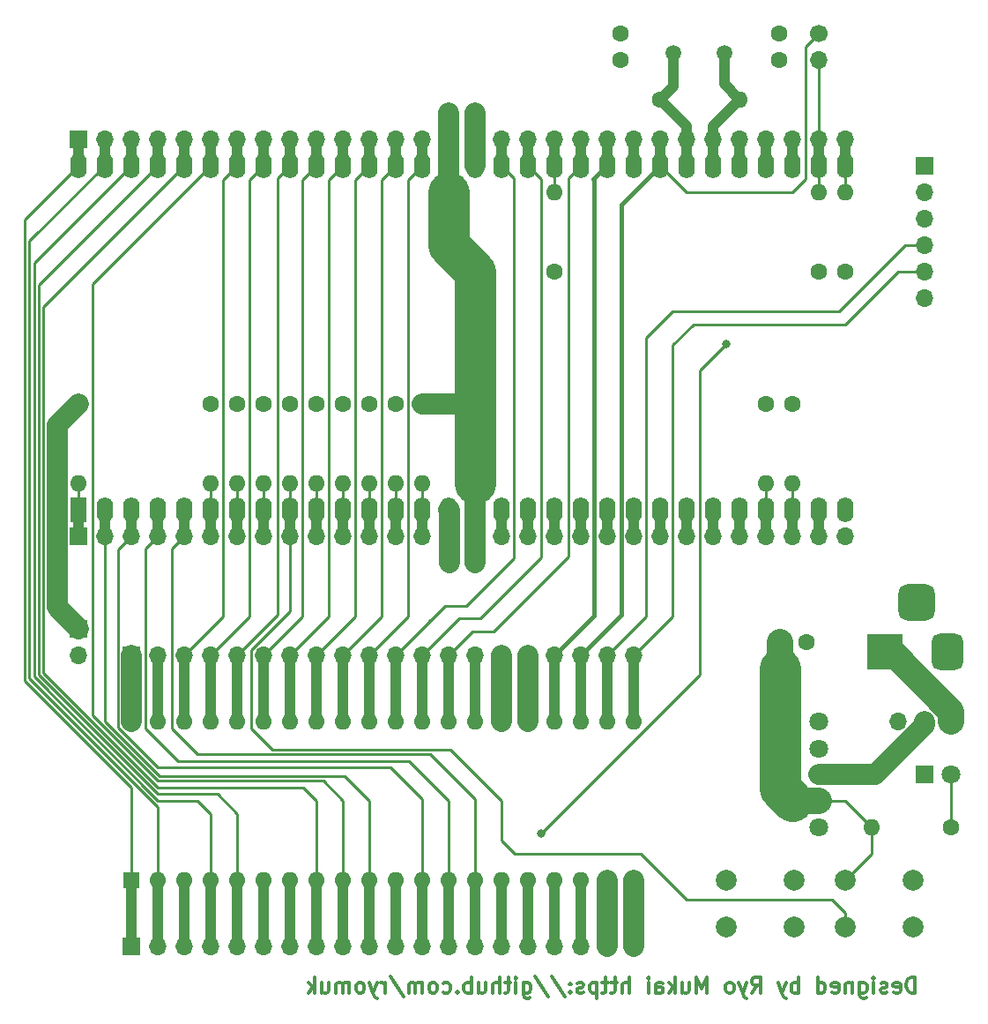
<source format=gbr>
%TF.GenerationSoftware,KiCad,Pcbnew,8.0.1*%
%TF.CreationDate,2024-04-25T09:35:45+09:00*%
%TF.ProjectId,TangNanoDCJ11MEM,54616e67-4e61-46e6-9f44-434a31314d45,rev?*%
%TF.SameCoordinates,Original*%
%TF.FileFunction,Copper,L2,Bot*%
%TF.FilePolarity,Positive*%
%FSLAX46Y46*%
G04 Gerber Fmt 4.6, Leading zero omitted, Abs format (unit mm)*
G04 Created by KiCad (PCBNEW 8.0.1) date 2024-04-25 09:35:45*
%MOMM*%
%LPD*%
G01*
G04 APERTURE LIST*
G04 Aperture macros list*
%AMRoundRect*
0 Rectangle with rounded corners*
0 $1 Rounding radius*
0 $2 $3 $4 $5 $6 $7 $8 $9 X,Y pos of 4 corners*
0 Add a 4 corners polygon primitive as box body*
4,1,4,$2,$3,$4,$5,$6,$7,$8,$9,$2,$3,0*
0 Add four circle primitives for the rounded corners*
1,1,$1+$1,$2,$3*
1,1,$1+$1,$4,$5*
1,1,$1+$1,$6,$7*
1,1,$1+$1,$8,$9*
0 Add four rect primitives between the rounded corners*
20,1,$1+$1,$2,$3,$4,$5,0*
20,1,$1+$1,$4,$5,$6,$7,0*
20,1,$1+$1,$6,$7,$8,$9,0*
20,1,$1+$1,$8,$9,$2,$3,0*%
G04 Aperture macros list end*
%ADD10C,0.300000*%
%TA.AperFunction,NonConductor*%
%ADD11C,0.300000*%
%TD*%
%TA.AperFunction,ComponentPad*%
%ADD12C,1.600000*%
%TD*%
%TA.AperFunction,ComponentPad*%
%ADD13O,1.600000X1.600000*%
%TD*%
%TA.AperFunction,ComponentPad*%
%ADD14C,2.000000*%
%TD*%
%TA.AperFunction,ComponentPad*%
%ADD15R,1.700000X1.700000*%
%TD*%
%TA.AperFunction,ComponentPad*%
%ADD16O,1.700000X1.700000*%
%TD*%
%TA.AperFunction,ComponentPad*%
%ADD17C,1.500000*%
%TD*%
%TA.AperFunction,ComponentPad*%
%ADD18R,3.500000X3.500000*%
%TD*%
%TA.AperFunction,ComponentPad*%
%ADD19RoundRect,0.750000X0.750000X1.000000X-0.750000X1.000000X-0.750000X-1.000000X0.750000X-1.000000X0*%
%TD*%
%TA.AperFunction,ComponentPad*%
%ADD20RoundRect,0.875000X0.875000X0.875000X-0.875000X0.875000X-0.875000X-0.875000X0.875000X-0.875000X0*%
%TD*%
%TA.AperFunction,ComponentPad*%
%ADD21R,1.800000X1.800000*%
%TD*%
%TA.AperFunction,ComponentPad*%
%ADD22C,1.800000*%
%TD*%
%TA.AperFunction,ComponentPad*%
%ADD23C,1.700000*%
%TD*%
%TA.AperFunction,ComponentPad*%
%ADD24R,1.600000X2.400000*%
%TD*%
%TA.AperFunction,ComponentPad*%
%ADD25O,1.600000X2.400000*%
%TD*%
%TA.AperFunction,ComponentPad*%
%ADD26R,1.600000X1.600000*%
%TD*%
%TA.AperFunction,ViaPad*%
%ADD27C,0.800000*%
%TD*%
%TA.AperFunction,Conductor*%
%ADD28C,2.000000*%
%TD*%
%TA.AperFunction,Conductor*%
%ADD29C,1.000000*%
%TD*%
%TA.AperFunction,Conductor*%
%ADD30C,0.250000*%
%TD*%
%TA.AperFunction,Conductor*%
%ADD31C,4.000000*%
%TD*%
%TA.AperFunction,Conductor*%
%ADD32C,2.500000*%
%TD*%
%TA.AperFunction,Conductor*%
%ADD33C,0.400000*%
%TD*%
G04 APERTURE END LIST*
D10*
D11*
X87978801Y-97198328D02*
X87978801Y-95698328D01*
X87978801Y-95698328D02*
X87621658Y-95698328D01*
X87621658Y-95698328D02*
X87407372Y-95769757D01*
X87407372Y-95769757D02*
X87264515Y-95912614D01*
X87264515Y-95912614D02*
X87193086Y-96055471D01*
X87193086Y-96055471D02*
X87121658Y-96341185D01*
X87121658Y-96341185D02*
X87121658Y-96555471D01*
X87121658Y-96555471D02*
X87193086Y-96841185D01*
X87193086Y-96841185D02*
X87264515Y-96984042D01*
X87264515Y-96984042D02*
X87407372Y-97126900D01*
X87407372Y-97126900D02*
X87621658Y-97198328D01*
X87621658Y-97198328D02*
X87978801Y-97198328D01*
X85907372Y-97126900D02*
X86050229Y-97198328D01*
X86050229Y-97198328D02*
X86335944Y-97198328D01*
X86335944Y-97198328D02*
X86478801Y-97126900D01*
X86478801Y-97126900D02*
X86550229Y-96984042D01*
X86550229Y-96984042D02*
X86550229Y-96412614D01*
X86550229Y-96412614D02*
X86478801Y-96269757D01*
X86478801Y-96269757D02*
X86335944Y-96198328D01*
X86335944Y-96198328D02*
X86050229Y-96198328D01*
X86050229Y-96198328D02*
X85907372Y-96269757D01*
X85907372Y-96269757D02*
X85835944Y-96412614D01*
X85835944Y-96412614D02*
X85835944Y-96555471D01*
X85835944Y-96555471D02*
X86550229Y-96698328D01*
X85264515Y-97126900D02*
X85121658Y-97198328D01*
X85121658Y-97198328D02*
X84835944Y-97198328D01*
X84835944Y-97198328D02*
X84693087Y-97126900D01*
X84693087Y-97126900D02*
X84621658Y-96984042D01*
X84621658Y-96984042D02*
X84621658Y-96912614D01*
X84621658Y-96912614D02*
X84693087Y-96769757D01*
X84693087Y-96769757D02*
X84835944Y-96698328D01*
X84835944Y-96698328D02*
X85050230Y-96698328D01*
X85050230Y-96698328D02*
X85193087Y-96626900D01*
X85193087Y-96626900D02*
X85264515Y-96484042D01*
X85264515Y-96484042D02*
X85264515Y-96412614D01*
X85264515Y-96412614D02*
X85193087Y-96269757D01*
X85193087Y-96269757D02*
X85050230Y-96198328D01*
X85050230Y-96198328D02*
X84835944Y-96198328D01*
X84835944Y-96198328D02*
X84693087Y-96269757D01*
X83978801Y-97198328D02*
X83978801Y-96198328D01*
X83978801Y-95698328D02*
X84050229Y-95769757D01*
X84050229Y-95769757D02*
X83978801Y-95841185D01*
X83978801Y-95841185D02*
X83907372Y-95769757D01*
X83907372Y-95769757D02*
X83978801Y-95698328D01*
X83978801Y-95698328D02*
X83978801Y-95841185D01*
X82621658Y-96198328D02*
X82621658Y-97412614D01*
X82621658Y-97412614D02*
X82693086Y-97555471D01*
X82693086Y-97555471D02*
X82764515Y-97626900D01*
X82764515Y-97626900D02*
X82907372Y-97698328D01*
X82907372Y-97698328D02*
X83121658Y-97698328D01*
X83121658Y-97698328D02*
X83264515Y-97626900D01*
X82621658Y-97126900D02*
X82764515Y-97198328D01*
X82764515Y-97198328D02*
X83050229Y-97198328D01*
X83050229Y-97198328D02*
X83193086Y-97126900D01*
X83193086Y-97126900D02*
X83264515Y-97055471D01*
X83264515Y-97055471D02*
X83335943Y-96912614D01*
X83335943Y-96912614D02*
X83335943Y-96484042D01*
X83335943Y-96484042D02*
X83264515Y-96341185D01*
X83264515Y-96341185D02*
X83193086Y-96269757D01*
X83193086Y-96269757D02*
X83050229Y-96198328D01*
X83050229Y-96198328D02*
X82764515Y-96198328D01*
X82764515Y-96198328D02*
X82621658Y-96269757D01*
X81907372Y-96198328D02*
X81907372Y-97198328D01*
X81907372Y-96341185D02*
X81835943Y-96269757D01*
X81835943Y-96269757D02*
X81693086Y-96198328D01*
X81693086Y-96198328D02*
X81478800Y-96198328D01*
X81478800Y-96198328D02*
X81335943Y-96269757D01*
X81335943Y-96269757D02*
X81264515Y-96412614D01*
X81264515Y-96412614D02*
X81264515Y-97198328D01*
X79978800Y-97126900D02*
X80121657Y-97198328D01*
X80121657Y-97198328D02*
X80407372Y-97198328D01*
X80407372Y-97198328D02*
X80550229Y-97126900D01*
X80550229Y-97126900D02*
X80621657Y-96984042D01*
X80621657Y-96984042D02*
X80621657Y-96412614D01*
X80621657Y-96412614D02*
X80550229Y-96269757D01*
X80550229Y-96269757D02*
X80407372Y-96198328D01*
X80407372Y-96198328D02*
X80121657Y-96198328D01*
X80121657Y-96198328D02*
X79978800Y-96269757D01*
X79978800Y-96269757D02*
X79907372Y-96412614D01*
X79907372Y-96412614D02*
X79907372Y-96555471D01*
X79907372Y-96555471D02*
X80621657Y-96698328D01*
X78621658Y-97198328D02*
X78621658Y-95698328D01*
X78621658Y-97126900D02*
X78764515Y-97198328D01*
X78764515Y-97198328D02*
X79050229Y-97198328D01*
X79050229Y-97198328D02*
X79193086Y-97126900D01*
X79193086Y-97126900D02*
X79264515Y-97055471D01*
X79264515Y-97055471D02*
X79335943Y-96912614D01*
X79335943Y-96912614D02*
X79335943Y-96484042D01*
X79335943Y-96484042D02*
X79264515Y-96341185D01*
X79264515Y-96341185D02*
X79193086Y-96269757D01*
X79193086Y-96269757D02*
X79050229Y-96198328D01*
X79050229Y-96198328D02*
X78764515Y-96198328D01*
X78764515Y-96198328D02*
X78621658Y-96269757D01*
X76764515Y-97198328D02*
X76764515Y-95698328D01*
X76764515Y-96269757D02*
X76621658Y-96198328D01*
X76621658Y-96198328D02*
X76335943Y-96198328D01*
X76335943Y-96198328D02*
X76193086Y-96269757D01*
X76193086Y-96269757D02*
X76121658Y-96341185D01*
X76121658Y-96341185D02*
X76050229Y-96484042D01*
X76050229Y-96484042D02*
X76050229Y-96912614D01*
X76050229Y-96912614D02*
X76121658Y-97055471D01*
X76121658Y-97055471D02*
X76193086Y-97126900D01*
X76193086Y-97126900D02*
X76335943Y-97198328D01*
X76335943Y-97198328D02*
X76621658Y-97198328D01*
X76621658Y-97198328D02*
X76764515Y-97126900D01*
X75550229Y-96198328D02*
X75193086Y-97198328D01*
X74835943Y-96198328D02*
X75193086Y-97198328D01*
X75193086Y-97198328D02*
X75335943Y-97555471D01*
X75335943Y-97555471D02*
X75407372Y-97626900D01*
X75407372Y-97626900D02*
X75550229Y-97698328D01*
X72264515Y-97198328D02*
X72764515Y-96484042D01*
X73121658Y-97198328D02*
X73121658Y-95698328D01*
X73121658Y-95698328D02*
X72550229Y-95698328D01*
X72550229Y-95698328D02*
X72407372Y-95769757D01*
X72407372Y-95769757D02*
X72335943Y-95841185D01*
X72335943Y-95841185D02*
X72264515Y-95984042D01*
X72264515Y-95984042D02*
X72264515Y-96198328D01*
X72264515Y-96198328D02*
X72335943Y-96341185D01*
X72335943Y-96341185D02*
X72407372Y-96412614D01*
X72407372Y-96412614D02*
X72550229Y-96484042D01*
X72550229Y-96484042D02*
X73121658Y-96484042D01*
X71764515Y-96198328D02*
X71407372Y-97198328D01*
X71050229Y-96198328D02*
X71407372Y-97198328D01*
X71407372Y-97198328D02*
X71550229Y-97555471D01*
X71550229Y-97555471D02*
X71621658Y-97626900D01*
X71621658Y-97626900D02*
X71764515Y-97698328D01*
X70264515Y-97198328D02*
X70407372Y-97126900D01*
X70407372Y-97126900D02*
X70478801Y-97055471D01*
X70478801Y-97055471D02*
X70550229Y-96912614D01*
X70550229Y-96912614D02*
X70550229Y-96484042D01*
X70550229Y-96484042D02*
X70478801Y-96341185D01*
X70478801Y-96341185D02*
X70407372Y-96269757D01*
X70407372Y-96269757D02*
X70264515Y-96198328D01*
X70264515Y-96198328D02*
X70050229Y-96198328D01*
X70050229Y-96198328D02*
X69907372Y-96269757D01*
X69907372Y-96269757D02*
X69835944Y-96341185D01*
X69835944Y-96341185D02*
X69764515Y-96484042D01*
X69764515Y-96484042D02*
X69764515Y-96912614D01*
X69764515Y-96912614D02*
X69835944Y-97055471D01*
X69835944Y-97055471D02*
X69907372Y-97126900D01*
X69907372Y-97126900D02*
X70050229Y-97198328D01*
X70050229Y-97198328D02*
X70264515Y-97198328D01*
X67978801Y-97198328D02*
X67978801Y-95698328D01*
X67978801Y-95698328D02*
X67478801Y-96769757D01*
X67478801Y-96769757D02*
X66978801Y-95698328D01*
X66978801Y-95698328D02*
X66978801Y-97198328D01*
X65621658Y-96198328D02*
X65621658Y-97198328D01*
X66264515Y-96198328D02*
X66264515Y-96984042D01*
X66264515Y-96984042D02*
X66193086Y-97126900D01*
X66193086Y-97126900D02*
X66050229Y-97198328D01*
X66050229Y-97198328D02*
X65835943Y-97198328D01*
X65835943Y-97198328D02*
X65693086Y-97126900D01*
X65693086Y-97126900D02*
X65621658Y-97055471D01*
X64907372Y-97198328D02*
X64907372Y-95698328D01*
X64764515Y-96626900D02*
X64335943Y-97198328D01*
X64335943Y-96198328D02*
X64907372Y-96769757D01*
X63050229Y-97198328D02*
X63050229Y-96412614D01*
X63050229Y-96412614D02*
X63121657Y-96269757D01*
X63121657Y-96269757D02*
X63264514Y-96198328D01*
X63264514Y-96198328D02*
X63550229Y-96198328D01*
X63550229Y-96198328D02*
X63693086Y-96269757D01*
X63050229Y-97126900D02*
X63193086Y-97198328D01*
X63193086Y-97198328D02*
X63550229Y-97198328D01*
X63550229Y-97198328D02*
X63693086Y-97126900D01*
X63693086Y-97126900D02*
X63764514Y-96984042D01*
X63764514Y-96984042D02*
X63764514Y-96841185D01*
X63764514Y-96841185D02*
X63693086Y-96698328D01*
X63693086Y-96698328D02*
X63550229Y-96626900D01*
X63550229Y-96626900D02*
X63193086Y-96626900D01*
X63193086Y-96626900D02*
X63050229Y-96555471D01*
X62335943Y-97198328D02*
X62335943Y-96198328D01*
X62335943Y-95698328D02*
X62407371Y-95769757D01*
X62407371Y-95769757D02*
X62335943Y-95841185D01*
X62335943Y-95841185D02*
X62264514Y-95769757D01*
X62264514Y-95769757D02*
X62335943Y-95698328D01*
X62335943Y-95698328D02*
X62335943Y-95841185D01*
X60478800Y-97198328D02*
X60478800Y-95698328D01*
X59835943Y-97198328D02*
X59835943Y-96412614D01*
X59835943Y-96412614D02*
X59907371Y-96269757D01*
X59907371Y-96269757D02*
X60050228Y-96198328D01*
X60050228Y-96198328D02*
X60264514Y-96198328D01*
X60264514Y-96198328D02*
X60407371Y-96269757D01*
X60407371Y-96269757D02*
X60478800Y-96341185D01*
X59335942Y-96198328D02*
X58764514Y-96198328D01*
X59121657Y-95698328D02*
X59121657Y-96984042D01*
X59121657Y-96984042D02*
X59050228Y-97126900D01*
X59050228Y-97126900D02*
X58907371Y-97198328D01*
X58907371Y-97198328D02*
X58764514Y-97198328D01*
X58478799Y-96198328D02*
X57907371Y-96198328D01*
X58264514Y-95698328D02*
X58264514Y-96984042D01*
X58264514Y-96984042D02*
X58193085Y-97126900D01*
X58193085Y-97126900D02*
X58050228Y-97198328D01*
X58050228Y-97198328D02*
X57907371Y-97198328D01*
X57407371Y-96198328D02*
X57407371Y-97698328D01*
X57407371Y-96269757D02*
X57264514Y-96198328D01*
X57264514Y-96198328D02*
X56978799Y-96198328D01*
X56978799Y-96198328D02*
X56835942Y-96269757D01*
X56835942Y-96269757D02*
X56764514Y-96341185D01*
X56764514Y-96341185D02*
X56693085Y-96484042D01*
X56693085Y-96484042D02*
X56693085Y-96912614D01*
X56693085Y-96912614D02*
X56764514Y-97055471D01*
X56764514Y-97055471D02*
X56835942Y-97126900D01*
X56835942Y-97126900D02*
X56978799Y-97198328D01*
X56978799Y-97198328D02*
X57264514Y-97198328D01*
X57264514Y-97198328D02*
X57407371Y-97126900D01*
X56121656Y-97126900D02*
X55978799Y-97198328D01*
X55978799Y-97198328D02*
X55693085Y-97198328D01*
X55693085Y-97198328D02*
X55550228Y-97126900D01*
X55550228Y-97126900D02*
X55478799Y-96984042D01*
X55478799Y-96984042D02*
X55478799Y-96912614D01*
X55478799Y-96912614D02*
X55550228Y-96769757D01*
X55550228Y-96769757D02*
X55693085Y-96698328D01*
X55693085Y-96698328D02*
X55907371Y-96698328D01*
X55907371Y-96698328D02*
X56050228Y-96626900D01*
X56050228Y-96626900D02*
X56121656Y-96484042D01*
X56121656Y-96484042D02*
X56121656Y-96412614D01*
X56121656Y-96412614D02*
X56050228Y-96269757D01*
X56050228Y-96269757D02*
X55907371Y-96198328D01*
X55907371Y-96198328D02*
X55693085Y-96198328D01*
X55693085Y-96198328D02*
X55550228Y-96269757D01*
X54835942Y-97055471D02*
X54764513Y-97126900D01*
X54764513Y-97126900D02*
X54835942Y-97198328D01*
X54835942Y-97198328D02*
X54907370Y-97126900D01*
X54907370Y-97126900D02*
X54835942Y-97055471D01*
X54835942Y-97055471D02*
X54835942Y-97198328D01*
X54835942Y-96269757D02*
X54764513Y-96341185D01*
X54764513Y-96341185D02*
X54835942Y-96412614D01*
X54835942Y-96412614D02*
X54907370Y-96341185D01*
X54907370Y-96341185D02*
X54835942Y-96269757D01*
X54835942Y-96269757D02*
X54835942Y-96412614D01*
X53050227Y-95626900D02*
X54335941Y-97555471D01*
X51478798Y-95626900D02*
X52764512Y-97555471D01*
X50335941Y-96198328D02*
X50335941Y-97412614D01*
X50335941Y-97412614D02*
X50407369Y-97555471D01*
X50407369Y-97555471D02*
X50478798Y-97626900D01*
X50478798Y-97626900D02*
X50621655Y-97698328D01*
X50621655Y-97698328D02*
X50835941Y-97698328D01*
X50835941Y-97698328D02*
X50978798Y-97626900D01*
X50335941Y-97126900D02*
X50478798Y-97198328D01*
X50478798Y-97198328D02*
X50764512Y-97198328D01*
X50764512Y-97198328D02*
X50907369Y-97126900D01*
X50907369Y-97126900D02*
X50978798Y-97055471D01*
X50978798Y-97055471D02*
X51050226Y-96912614D01*
X51050226Y-96912614D02*
X51050226Y-96484042D01*
X51050226Y-96484042D02*
X50978798Y-96341185D01*
X50978798Y-96341185D02*
X50907369Y-96269757D01*
X50907369Y-96269757D02*
X50764512Y-96198328D01*
X50764512Y-96198328D02*
X50478798Y-96198328D01*
X50478798Y-96198328D02*
X50335941Y-96269757D01*
X49621655Y-97198328D02*
X49621655Y-96198328D01*
X49621655Y-95698328D02*
X49693083Y-95769757D01*
X49693083Y-95769757D02*
X49621655Y-95841185D01*
X49621655Y-95841185D02*
X49550226Y-95769757D01*
X49550226Y-95769757D02*
X49621655Y-95698328D01*
X49621655Y-95698328D02*
X49621655Y-95841185D01*
X49121654Y-96198328D02*
X48550226Y-96198328D01*
X48907369Y-95698328D02*
X48907369Y-96984042D01*
X48907369Y-96984042D02*
X48835940Y-97126900D01*
X48835940Y-97126900D02*
X48693083Y-97198328D01*
X48693083Y-97198328D02*
X48550226Y-97198328D01*
X48050226Y-97198328D02*
X48050226Y-95698328D01*
X47407369Y-97198328D02*
X47407369Y-96412614D01*
X47407369Y-96412614D02*
X47478797Y-96269757D01*
X47478797Y-96269757D02*
X47621654Y-96198328D01*
X47621654Y-96198328D02*
X47835940Y-96198328D01*
X47835940Y-96198328D02*
X47978797Y-96269757D01*
X47978797Y-96269757D02*
X48050226Y-96341185D01*
X46050226Y-96198328D02*
X46050226Y-97198328D01*
X46693083Y-96198328D02*
X46693083Y-96984042D01*
X46693083Y-96984042D02*
X46621654Y-97126900D01*
X46621654Y-97126900D02*
X46478797Y-97198328D01*
X46478797Y-97198328D02*
X46264511Y-97198328D01*
X46264511Y-97198328D02*
X46121654Y-97126900D01*
X46121654Y-97126900D02*
X46050226Y-97055471D01*
X45335940Y-97198328D02*
X45335940Y-95698328D01*
X45335940Y-96269757D02*
X45193083Y-96198328D01*
X45193083Y-96198328D02*
X44907368Y-96198328D01*
X44907368Y-96198328D02*
X44764511Y-96269757D01*
X44764511Y-96269757D02*
X44693083Y-96341185D01*
X44693083Y-96341185D02*
X44621654Y-96484042D01*
X44621654Y-96484042D02*
X44621654Y-96912614D01*
X44621654Y-96912614D02*
X44693083Y-97055471D01*
X44693083Y-97055471D02*
X44764511Y-97126900D01*
X44764511Y-97126900D02*
X44907368Y-97198328D01*
X44907368Y-97198328D02*
X45193083Y-97198328D01*
X45193083Y-97198328D02*
X45335940Y-97126900D01*
X43978797Y-97055471D02*
X43907368Y-97126900D01*
X43907368Y-97126900D02*
X43978797Y-97198328D01*
X43978797Y-97198328D02*
X44050225Y-97126900D01*
X44050225Y-97126900D02*
X43978797Y-97055471D01*
X43978797Y-97055471D02*
X43978797Y-97198328D01*
X42621654Y-97126900D02*
X42764511Y-97198328D01*
X42764511Y-97198328D02*
X43050225Y-97198328D01*
X43050225Y-97198328D02*
X43193082Y-97126900D01*
X43193082Y-97126900D02*
X43264511Y-97055471D01*
X43264511Y-97055471D02*
X43335939Y-96912614D01*
X43335939Y-96912614D02*
X43335939Y-96484042D01*
X43335939Y-96484042D02*
X43264511Y-96341185D01*
X43264511Y-96341185D02*
X43193082Y-96269757D01*
X43193082Y-96269757D02*
X43050225Y-96198328D01*
X43050225Y-96198328D02*
X42764511Y-96198328D01*
X42764511Y-96198328D02*
X42621654Y-96269757D01*
X41764511Y-97198328D02*
X41907368Y-97126900D01*
X41907368Y-97126900D02*
X41978797Y-97055471D01*
X41978797Y-97055471D02*
X42050225Y-96912614D01*
X42050225Y-96912614D02*
X42050225Y-96484042D01*
X42050225Y-96484042D02*
X41978797Y-96341185D01*
X41978797Y-96341185D02*
X41907368Y-96269757D01*
X41907368Y-96269757D02*
X41764511Y-96198328D01*
X41764511Y-96198328D02*
X41550225Y-96198328D01*
X41550225Y-96198328D02*
X41407368Y-96269757D01*
X41407368Y-96269757D02*
X41335940Y-96341185D01*
X41335940Y-96341185D02*
X41264511Y-96484042D01*
X41264511Y-96484042D02*
X41264511Y-96912614D01*
X41264511Y-96912614D02*
X41335940Y-97055471D01*
X41335940Y-97055471D02*
X41407368Y-97126900D01*
X41407368Y-97126900D02*
X41550225Y-97198328D01*
X41550225Y-97198328D02*
X41764511Y-97198328D01*
X40621654Y-97198328D02*
X40621654Y-96198328D01*
X40621654Y-96341185D02*
X40550225Y-96269757D01*
X40550225Y-96269757D02*
X40407368Y-96198328D01*
X40407368Y-96198328D02*
X40193082Y-96198328D01*
X40193082Y-96198328D02*
X40050225Y-96269757D01*
X40050225Y-96269757D02*
X39978797Y-96412614D01*
X39978797Y-96412614D02*
X39978797Y-97198328D01*
X39978797Y-96412614D02*
X39907368Y-96269757D01*
X39907368Y-96269757D02*
X39764511Y-96198328D01*
X39764511Y-96198328D02*
X39550225Y-96198328D01*
X39550225Y-96198328D02*
X39407368Y-96269757D01*
X39407368Y-96269757D02*
X39335939Y-96412614D01*
X39335939Y-96412614D02*
X39335939Y-97198328D01*
X37550225Y-95626900D02*
X38835939Y-97555471D01*
X37050225Y-97198328D02*
X37050225Y-96198328D01*
X37050225Y-96484042D02*
X36978796Y-96341185D01*
X36978796Y-96341185D02*
X36907368Y-96269757D01*
X36907368Y-96269757D02*
X36764510Y-96198328D01*
X36764510Y-96198328D02*
X36621653Y-96198328D01*
X36264511Y-96198328D02*
X35907368Y-97198328D01*
X35550225Y-96198328D02*
X35907368Y-97198328D01*
X35907368Y-97198328D02*
X36050225Y-97555471D01*
X36050225Y-97555471D02*
X36121654Y-97626900D01*
X36121654Y-97626900D02*
X36264511Y-97698328D01*
X34764511Y-97198328D02*
X34907368Y-97126900D01*
X34907368Y-97126900D02*
X34978797Y-97055471D01*
X34978797Y-97055471D02*
X35050225Y-96912614D01*
X35050225Y-96912614D02*
X35050225Y-96484042D01*
X35050225Y-96484042D02*
X34978797Y-96341185D01*
X34978797Y-96341185D02*
X34907368Y-96269757D01*
X34907368Y-96269757D02*
X34764511Y-96198328D01*
X34764511Y-96198328D02*
X34550225Y-96198328D01*
X34550225Y-96198328D02*
X34407368Y-96269757D01*
X34407368Y-96269757D02*
X34335940Y-96341185D01*
X34335940Y-96341185D02*
X34264511Y-96484042D01*
X34264511Y-96484042D02*
X34264511Y-96912614D01*
X34264511Y-96912614D02*
X34335940Y-97055471D01*
X34335940Y-97055471D02*
X34407368Y-97126900D01*
X34407368Y-97126900D02*
X34550225Y-97198328D01*
X34550225Y-97198328D02*
X34764511Y-97198328D01*
X33621654Y-97198328D02*
X33621654Y-96198328D01*
X33621654Y-96341185D02*
X33550225Y-96269757D01*
X33550225Y-96269757D02*
X33407368Y-96198328D01*
X33407368Y-96198328D02*
X33193082Y-96198328D01*
X33193082Y-96198328D02*
X33050225Y-96269757D01*
X33050225Y-96269757D02*
X32978797Y-96412614D01*
X32978797Y-96412614D02*
X32978797Y-97198328D01*
X32978797Y-96412614D02*
X32907368Y-96269757D01*
X32907368Y-96269757D02*
X32764511Y-96198328D01*
X32764511Y-96198328D02*
X32550225Y-96198328D01*
X32550225Y-96198328D02*
X32407368Y-96269757D01*
X32407368Y-96269757D02*
X32335939Y-96412614D01*
X32335939Y-96412614D02*
X32335939Y-97198328D01*
X30978797Y-96198328D02*
X30978797Y-97198328D01*
X31621654Y-96198328D02*
X31621654Y-96984042D01*
X31621654Y-96984042D02*
X31550225Y-97126900D01*
X31550225Y-97126900D02*
X31407368Y-97198328D01*
X31407368Y-97198328D02*
X31193082Y-97198328D01*
X31193082Y-97198328D02*
X31050225Y-97126900D01*
X31050225Y-97126900D02*
X30978797Y-97055471D01*
X30264511Y-97198328D02*
X30264511Y-95698328D01*
X30121654Y-96626900D02*
X29693082Y-97198328D01*
X29693082Y-96198328D02*
X30264511Y-96769757D01*
D12*
%TO.P,R8,1*%
%TO.N,VCC*%
X20320000Y-40640000D03*
D13*
%TO.P,R8,2*%
%TO.N,PWRF_n*%
X20320000Y-48260000D03*
%TD*%
D14*
%TO.P,SW2,1,1*%
%TO.N,VCC*%
X69850000Y-86360000D03*
X76350000Y-86360000D03*
%TO.P,SW2,2,2*%
%TO.N,INIT_SW*%
X69850000Y-90860000D03*
X76350000Y-90860000D03*
%TD*%
D12*
%TO.P,R11,1*%
%TO.N,VCC*%
X40640000Y-40640000D03*
D13*
%TO.P,R11,2*%
%TO.N,PARITY_n*%
X40640000Y-48260000D03*
%TD*%
D12*
%TO.P,R9,1*%
%TO.N,VCC*%
X22860000Y-40640000D03*
D13*
%TO.P,R9,2*%
%TO.N,FPE_n*%
X22860000Y-48260000D03*
%TD*%
D15*
%TO.P,J8,1,Pin_1*%
%TO.N,TEST1_n*%
X7620000Y-53340000D03*
D16*
%TO.P,J8,2,Pin_2*%
%TO.N,AIO0*%
X10160000Y-53340000D03*
%TO.P,J8,3,Pin_3*%
%TO.N,AIO1*%
X12700000Y-53340000D03*
%TO.P,J8,4,Pin_4*%
%TO.N,AIO2*%
X15240000Y-53340000D03*
%TO.P,J8,5,Pin_5*%
%TO.N,AIO3*%
X17780000Y-53340000D03*
%TO.P,J8,6,Pin_6*%
%TO.N,PWRF_n*%
X20320000Y-53340000D03*
%TO.P,J8,7,Pin_7*%
%TO.N,FPE_n*%
X22860000Y-53340000D03*
%TO.P,J8,8,Pin_8*%
%TO.N,EVENT_n*%
X25400000Y-53340000D03*
%TO.P,J8,9,Pin_9*%
%TO.N,HALT*%
X27940000Y-53340000D03*
%TO.P,J8,10,Pin_10*%
%TO.N,IRQ0*%
X30480000Y-53340000D03*
%TO.P,J8,11,Pin_11*%
%TO.N,IRQ1*%
X33020000Y-53340000D03*
%TO.P,J8,12,Pin_12*%
%TO.N,IRQ2*%
X35560000Y-53340000D03*
%TO.P,J8,13,Pin_13*%
%TO.N,IRQ3*%
X38100000Y-53340000D03*
%TO.P,J8,14,Pin_14*%
%TO.N,PARITY_n*%
X40640000Y-53340000D03*
%TO.P,J8,15,Pin_15*%
%TO.N,GND*%
X43180000Y-53340000D03*
%TO.P,J8,16,Pin_16*%
%TO.N,VCC*%
X45720000Y-53340000D03*
%TO.P,J8,17,Pin_17*%
%TO.N,BS0*%
X48260000Y-53340000D03*
%TO.P,J8,18,Pin_18*%
%TO.N,BS1*%
X50800000Y-53340000D03*
%TO.P,J8,19,Pin_19*%
%TO.N,MAP_n*%
X53340000Y-53340000D03*
%TO.P,J8,20,Pin_20*%
%TO.N,ABORT_n*%
X55880000Y-53340000D03*
%TO.P,J8,21,Pin_21*%
%TO.N,DAL21*%
X58420000Y-53340000D03*
%TO.P,J8,22,Pin_22*%
%TO.N,DAL20*%
X60960000Y-53340000D03*
%TO.P,J8,23,Pin_23*%
%TO.N,DAL19*%
X63500000Y-53340000D03*
%TO.P,J8,24,Pin_24*%
%TO.N,DAL18*%
X66040000Y-53340000D03*
%TO.P,J8,25,Pin_25*%
%TO.N,DAL17*%
X68580000Y-53340000D03*
%TO.P,J8,26,Pin_26*%
%TO.N,DAL16*%
X71120000Y-53340000D03*
%TO.P,J8,27,Pin_27*%
%TO.N,DMR_n*%
X73660000Y-53340000D03*
%TO.P,J8,28,Pin_28*%
%TO.N,MISS_n*%
X76200000Y-53340000D03*
%TO.P,J8,29,Pin_29*%
%TO.N,PRDC_n*%
X78740000Y-53340000D03*
%TO.P,J8,30,Pin_30*%
%TO.N,unconnected-(J8-Pin_30-Pad30)*%
X81280000Y-53340000D03*
%TD*%
D12*
%TO.P,R13,1*%
%TO.N,VCC*%
X76200000Y-40640000D03*
D13*
%TO.P,R13,2*%
%TO.N,MISS_n*%
X76200000Y-48260000D03*
%TD*%
D12*
%TO.P,R1,1*%
%TO.N,Net-(D1-A)*%
X91440000Y-81280000D03*
D13*
%TO.P,R1,2*%
%TO.N,VCC*%
X83820000Y-81280000D03*
%TD*%
D12*
%TO.P,R15,1*%
%TO.N,VCC*%
X78740000Y-27940000D03*
D13*
%TO.P,R15,2*%
%TO.N,CONT_n*%
X78740000Y-20320000D03*
%TD*%
D12*
%TO.P,R14,1*%
%TO.N,VCC*%
X53340000Y-27940000D03*
D13*
%TO.P,R14,2*%
%TO.N,DV*%
X53340000Y-20320000D03*
%TD*%
D15*
%TO.P,J7,1,Pin_1*%
%TO.N,GND*%
X88900000Y-17780000D03*
D16*
%TO.P,J7,2,Pin_2*%
%TO.N,unconnected-(J7-Pin_2-Pad2)*%
X88900000Y-20320000D03*
%TO.P,J7,3,Pin_3*%
%TO.N,unconnected-(J7-Pin_3-Pad3)*%
X88900000Y-22860000D03*
%TO.P,J7,4,Pin_4*%
%TO.N,GPIO_RX*%
X88900000Y-25400000D03*
%TO.P,J7,5,Pin_5*%
%TO.N,GPIO_TX*%
X88900000Y-27940000D03*
%TO.P,J7,6,Pin_6*%
%TO.N,unconnected-(J7-Pin_6-Pad6)*%
X88900000Y-30480000D03*
%TD*%
D15*
%TO.P,J3,1,Pin_1*%
%TO.N,Net-(J3-Pin_1)*%
X91440000Y-71120000D03*
D16*
%TO.P,J3,2,Pin_2*%
%TO.N,Net-(J3-Pin_2)*%
X88900000Y-71120000D03*
%TO.P,J3,3,Pin_3*%
%TO.N,VCC_FPGA*%
X86360000Y-71120000D03*
%TD*%
D15*
%TO.P,J6,1,Pin_1*%
%TO.N,VCC_FPGA*%
X12700000Y-64770000D03*
D16*
%TO.P,J6,2,Pin_2*%
%TO.N,GND*%
X15240000Y-64770000D03*
%TO.P,J6,3,Pin_3*%
%TO.N,DAL11*%
X17780000Y-64770000D03*
%TO.P,J6,4,Pin_4*%
%TO.N,DAL12*%
X20320000Y-64770000D03*
%TO.P,J6,5,Pin_5*%
%TO.N,DAL13*%
X22860000Y-64770000D03*
%TO.P,J6,6,Pin_6*%
%TO.N,DAL14*%
X25400000Y-64770000D03*
%TO.P,J6,7,Pin_7*%
%TO.N,DAL15*%
X27940000Y-64770000D03*
%TO.P,J6,8,Pin_8*%
%TO.N,DAL1*%
X30480000Y-64770000D03*
%TO.P,J6,9,Pin_9*%
%TO.N,DAL2*%
X33020000Y-64770000D03*
%TO.P,J6,10,Pin_10*%
%TO.N,DAL3*%
X35560000Y-64770000D03*
%TO.P,J6,11,Pin_11*%
%TO.N,DAL4*%
X38100000Y-64770000D03*
%TO.P,J6,12,Pin_12*%
%TO.N,DAL5*%
X40640000Y-64770000D03*
%TO.P,J6,13,Pin_13*%
%TO.N,BUFCTL_n*%
X43180000Y-64770000D03*
%TO.P,J6,14,Pin_14*%
%TO.N,LED_RGB*%
X45720000Y-64770000D03*
%TO.P,J6,15,Pin_15*%
%TO.N,GND*%
X48260000Y-64770000D03*
%TO.P,J6,16,Pin_16*%
%TO.N,3V3b*%
X50800000Y-64770000D03*
%TO.P,J6,17,Pin_17*%
%TO.N,ALE_n*%
X53340000Y-64770000D03*
%TO.P,J6,18,Pin_18*%
%TO.N,CONT_n*%
X55880000Y-64770000D03*
%TO.P,J6,19,Pin_19*%
%TO.N,GPIO_RX*%
X58420000Y-64770000D03*
%TO.P,J6,20,Pin_20*%
%TO.N,GPIO_TX*%
X60960000Y-64770000D03*
%TD*%
D12*
%TO.P,R5,1*%
%TO.N,GND*%
X35560000Y-40640000D03*
D13*
%TO.P,R5,2*%
%TO.N,IRQ2*%
X35560000Y-48260000D03*
%TD*%
D17*
%TO.P,Y1,1,1*%
%TO.N,XTALI*%
X69650000Y-6985000D03*
%TO.P,Y1,2,2*%
%TO.N,XTALO*%
X64770000Y-6985000D03*
%TD*%
D18*
%TO.P,J1,1*%
%TO.N,Net-(J3-Pin_1)*%
X85090000Y-64457500D03*
D19*
%TO.P,J1,2*%
%TO.N,GND*%
X91090000Y-64457500D03*
D20*
%TO.P,J1,3*%
%TO.N,unconnected-(J1-Pad3)*%
X88090000Y-59757500D03*
%TD*%
D21*
%TO.P,D1,1,K*%
%TO.N,GND*%
X88900000Y-76200000D03*
D22*
%TO.P,D1,2,A*%
%TO.N,Net-(D1-A)*%
X91440000Y-76200000D03*
%TD*%
D12*
%TO.P,C4,1*%
%TO.N,GND*%
X59690000Y-7620000D03*
%TO.P,C4,2*%
%TO.N,XTALO*%
X59690000Y-5120000D03*
%TD*%
%TO.P,C5,1*%
%TO.N,GND*%
X74930000Y-7620000D03*
%TO.P,C5,2*%
%TO.N,XTALI*%
X74930000Y-5120000D03*
%TD*%
%TO.P,C2,1*%
%TO.N,VCC*%
X45720000Y-55880000D03*
%TO.P,C2,2*%
%TO.N,GND*%
X43220000Y-55880000D03*
%TD*%
%TO.P,R7,1*%
%TO.N,VCC*%
X7620000Y-40640000D03*
D13*
%TO.P,R7,2*%
%TO.N,TEST1_n*%
X7620000Y-48260000D03*
%TD*%
D12*
%TO.P,R10,1*%
%TO.N,VCC*%
X25400000Y-40630000D03*
D13*
%TO.P,R10,2*%
%TO.N,EVENT_n*%
X25400000Y-48250000D03*
%TD*%
D12*
%TO.P,R3,1*%
%TO.N,GND*%
X30480000Y-40640000D03*
D13*
%TO.P,R3,2*%
%TO.N,IRQ0*%
X30480000Y-48260000D03*
%TD*%
D14*
%TO.P,SW3,1,1*%
%TO.N,VCC*%
X81280000Y-86360000D03*
X87780000Y-86360000D03*
%TO.P,SW3,2,2*%
%TO.N,HALT*%
X81280000Y-90860000D03*
X87780000Y-90860000D03*
%TD*%
D12*
%TO.P,R12,1*%
%TO.N,VCC*%
X73660000Y-40640000D03*
D13*
%TO.P,R12,2*%
%TO.N,DMR_n*%
X73660000Y-48260000D03*
%TD*%
D15*
%TO.P,J2,1,Pin_1*%
%TO.N,VCC*%
X7620000Y-62230000D03*
D16*
%TO.P,J2,2,Pin_2*%
%TO.N,VCC_FPGA*%
X7620000Y-64770000D03*
%TD*%
D23*
%TO.P,JP1,1,A*%
%TO.N,CONT_n*%
X78740000Y-5080000D03*
D16*
%TO.P,JP1,2,B*%
X78740000Y-7620000D03*
%TD*%
D12*
%TO.P,R17,1*%
%TO.N,XTALO*%
X63500000Y-11430000D03*
D13*
%TO.P,R17,2*%
%TO.N,XTALI*%
X71120000Y-11430000D03*
%TD*%
D24*
%TO.P,U1,1,~{TEST1}*%
%TO.N,TEST1_n*%
X7620000Y-50800000D03*
D25*
%TO.P,U1,2,AIO0*%
%TO.N,AIO0*%
X10160000Y-50800000D03*
%TO.P,U1,3,AIO1*%
%TO.N,AIO1*%
X12700000Y-50800000D03*
%TO.P,U1,4,AIO2*%
%TO.N,AIO2*%
X15240000Y-50800000D03*
%TO.P,U1,5,AIO3*%
%TO.N,AIO3*%
X17780000Y-50800000D03*
%TO.P,U1,6,~{PWRF}*%
%TO.N,PWRF_n*%
X20320000Y-50800000D03*
%TO.P,U1,7,~{FPE}*%
%TO.N,FPE_n*%
X22860000Y-50800000D03*
%TO.P,U1,8,~{EVENT}*%
%TO.N,EVENT_n*%
X25400000Y-50800000D03*
%TO.P,U1,9,HALT*%
%TO.N,HALT*%
X27940000Y-50800000D03*
%TO.P,U1,10,IRQ0*%
%TO.N,IRQ0*%
X30480000Y-50800000D03*
%TO.P,U1,11,IRQ1*%
%TO.N,IRQ1*%
X33020000Y-50800000D03*
%TO.P,U1,12,IRQ2*%
%TO.N,IRQ2*%
X35560000Y-50800000D03*
%TO.P,U1,13,IRQ3*%
%TO.N,IRQ3*%
X38100000Y-50800000D03*
%TO.P,U1,14,~{PARITY}*%
%TO.N,PARITY_n*%
X40640000Y-50800000D03*
%TO.P,U1,15,GND*%
%TO.N,GND*%
X43180000Y-50800000D03*
%TO.P,U1,16,VCC*%
%TO.N,VCC*%
X45720000Y-50800000D03*
%TO.P,U1,17,BS0*%
%TO.N,BS0*%
X48260000Y-50800000D03*
%TO.P,U1,18,BS1*%
%TO.N,BS1*%
X50800000Y-50800000D03*
%TO.P,U1,19,~{MAP}*%
%TO.N,MAP_n*%
X53340000Y-50800000D03*
%TO.P,U1,20,~{ABORT}*%
%TO.N,ABORT_n*%
X55880000Y-50800000D03*
%TO.P,U1,21,DAL21*%
%TO.N,DAL21*%
X58420000Y-50800000D03*
%TO.P,U1,22,DAL20*%
%TO.N,DAL20*%
X60960000Y-50800000D03*
%TO.P,U1,23,DAL19*%
%TO.N,DAL19*%
X63500000Y-50800000D03*
%TO.P,U1,24,DAL18*%
%TO.N,DAL18*%
X66040000Y-50800000D03*
%TO.P,U1,25,DAL17*%
%TO.N,DAL17*%
X68580000Y-50800000D03*
%TO.P,U1,26,DAL16*%
%TO.N,DAL16*%
X71120000Y-50800000D03*
%TO.P,U1,27,~{DMR}*%
%TO.N,DMR_n*%
X73660000Y-50800000D03*
%TO.P,U1,28,~{MISS}*%
%TO.N,MISS_n*%
X76200000Y-50800000D03*
%TO.P,U1,29,~{PRDC}*%
%TO.N,PRDC_n*%
X78740000Y-50800000D03*
%TO.P,U1,30,NC*%
%TO.N,unconnected-(U1-NC-Pad30)*%
X81280000Y-50800000D03*
%TO.P,U1,31,~{TEST2}*%
%TO.N,TEST2_n*%
X81280000Y-17780000D03*
%TO.P,U1,32,CONT*%
%TO.N,CONT_n*%
X78740000Y-17780000D03*
%TO.P,U1,33,~{INIT}*%
%TO.N,INIT_n*%
X76200000Y-17780000D03*
%TO.P,U1,34,CLK2*%
%TO.N,CLK2*%
X73660000Y-17780000D03*
%TO.P,U1,35,CLK*%
%TO.N,CLK*%
X71120000Y-17780000D03*
%TO.P,U1,36,XTALI*%
%TO.N,XTALI*%
X68580000Y-17780000D03*
%TO.P,U1,37,XTALO*%
%TO.N,XTALO*%
X66040000Y-17780000D03*
%TO.P,U1,38,~{SCTL}*%
%TO.N,CONT_n*%
X63500000Y-17780000D03*
%TO.P,U1,39,~{STRB}*%
%TO.N,STRB_n*%
X60960000Y-17780000D03*
%TO.P,U1,40,~{ALE}*%
%TO.N,ALE_n*%
X58420000Y-17780000D03*
%TO.P,U1,41,~{BUFCTL}*%
%TO.N,BUFCTL_n*%
X55880000Y-17780000D03*
%TO.P,U1,42,DV*%
%TO.N,DV*%
X53340000Y-17780000D03*
%TO.P,U1,43,DAL5*%
%TO.N,DAL5*%
X50800000Y-17780000D03*
%TO.P,U1,44,DAL4*%
%TO.N,DAL4*%
X48260000Y-17780000D03*
%TO.P,U1,45,GND*%
%TO.N,GND*%
X45720000Y-17780000D03*
%TO.P,U1,46,VCC*%
%TO.N,VCC*%
X43180000Y-17780000D03*
%TO.P,U1,47,DAL3*%
%TO.N,DAL3*%
X40640000Y-17780000D03*
%TO.P,U1,48,DAL2*%
%TO.N,DAL2*%
X38100000Y-17780000D03*
%TO.P,U1,49,DAL1*%
%TO.N,DAL1*%
X35560000Y-17780000D03*
%TO.P,U1,50,DAL15*%
%TO.N,DAL15*%
X33020000Y-17780000D03*
%TO.P,U1,51,DAL14*%
%TO.N,DAL14*%
X30480000Y-17780000D03*
%TO.P,U1,52,DAL13*%
%TO.N,DAL13*%
X27940000Y-17780000D03*
%TO.P,U1,53,DAL12*%
%TO.N,DAL12*%
X25400000Y-17780000D03*
%TO.P,U1,54,DAL11*%
%TO.N,DAL11*%
X22860000Y-17780000D03*
%TO.P,U1,55,DAL10*%
%TO.N,DAL10*%
X20320000Y-17780000D03*
%TO.P,U1,56,DAL9*%
%TO.N,DAL9*%
X17780000Y-17780000D03*
%TO.P,U1,57,DAL0*%
%TO.N,DAL0*%
X15240000Y-17780000D03*
%TO.P,U1,58,DAL8*%
%TO.N,DAL8*%
X12700000Y-17780000D03*
%TO.P,U1,59,DAL7*%
%TO.N,DAL7*%
X10160000Y-17780000D03*
%TO.P,U1,60,DAL6*%
%TO.N,DAL6*%
X7620000Y-17780000D03*
%TD*%
D12*
%TO.P,C1,1*%
%TO.N,VCC*%
X43180000Y-12700000D03*
%TO.P,C1,2*%
%TO.N,GND*%
X45680000Y-12700000D03*
%TD*%
%TO.P,R6,1*%
%TO.N,GND*%
X38100000Y-40640000D03*
D13*
%TO.P,R6,2*%
%TO.N,IRQ3*%
X38100000Y-48260000D03*
%TD*%
D12*
%TO.P,R2,1*%
%TO.N,GND*%
X27940000Y-40640000D03*
D13*
%TO.P,R2,2*%
%TO.N,HALT*%
X27940000Y-48260000D03*
%TD*%
D26*
%TO.P,J4,1,Pin_1*%
%TO.N,DAL6*%
X12700000Y-86360000D03*
D13*
%TO.P,J4,2,Pin_2*%
%TO.N,DAL7*%
X15240000Y-86360000D03*
%TO.P,J4,3,Pin_3*%
%TO.N,INIT_SW*%
X17780000Y-86360000D03*
%TO.P,J4,4,Pin_4*%
%TO.N,DAL8*%
X20320000Y-86360000D03*
%TO.P,J4,5,Pin_5*%
%TO.N,DAL0*%
X22860000Y-86360000D03*
%TO.P,J4,6,Pin_6*%
%TO.N,LED0*%
X25400000Y-86360000D03*
%TO.P,J4,7,Pin_7*%
%TO.N,LED1*%
X27940000Y-86360000D03*
%TO.P,J4,8,Pin_8*%
%TO.N,DAL9*%
X30480000Y-86360000D03*
%TO.P,J4,9,Pin_9*%
%TO.N,DAL10*%
X33020000Y-86360000D03*
%TO.P,J4,10,Pin_10*%
%TO.N,AIO0*%
X35560000Y-86360000D03*
%TO.P,J4,11,Pin_11*%
%TO.N,INIT_n*%
X38100000Y-86360000D03*
%TO.P,J4,12,Pin_12*%
%TO.N,AIO1*%
X40640000Y-86360000D03*
%TO.P,J4,13,Pin_13*%
%TO.N,AIO2*%
X43180000Y-86360000D03*
%TO.P,J4,14,Pin_14*%
%TO.N,AIO3*%
X45720000Y-86360000D03*
%TO.P,J4,15,Pin_15*%
%TO.N,LED2*%
X48260000Y-86360000D03*
%TO.P,J4,16,Pin_16*%
%TO.N,LED5*%
X50800000Y-86360000D03*
%TO.P,J4,17,Pin_17*%
%TO.N,LED4*%
X53340000Y-86360000D03*
%TO.P,J4,18,Pin_18*%
%TO.N,LED3*%
X55880000Y-86360000D03*
%TO.P,J4,19,Pin_19*%
%TO.N,3V3a*%
X58420000Y-86360000D03*
%TO.P,J4,20,Pin_20*%
%TO.N,GND*%
X60960000Y-86360000D03*
%TO.P,J4,21,Pin_21*%
%TO.N,GPIO_TX*%
X60960000Y-71120000D03*
%TO.P,J4,22,Pin_22*%
%TO.N,GPIO_RX*%
X58420000Y-71120000D03*
%TO.P,J4,23,Pin_23*%
%TO.N,CONT_n*%
X55880000Y-71120000D03*
%TO.P,J4,24,Pin_24*%
%TO.N,ALE_n*%
X53340000Y-71120000D03*
%TO.P,J4,25,Pin_25*%
%TO.N,3V3b*%
X50800000Y-71120000D03*
%TO.P,J4,26,Pin_26*%
%TO.N,GND*%
X48260000Y-71120000D03*
%TO.P,J4,27,Pin_27*%
%TO.N,LED_RGB*%
X45720000Y-71120000D03*
%TO.P,J4,28,Pin_28*%
%TO.N,BUFCTL_n*%
X43180000Y-71120000D03*
%TO.P,J4,29,Pin_29*%
%TO.N,DAL5*%
X40640000Y-71120000D03*
%TO.P,J4,30,Pin_30*%
%TO.N,DAL4*%
X38100000Y-71120000D03*
%TO.P,J4,31,Pin_31*%
%TO.N,DAL3*%
X35560000Y-71120000D03*
%TO.P,J4,32,Pin_32*%
%TO.N,DAL2*%
X33020000Y-71120000D03*
%TO.P,J4,33,Pin_33*%
%TO.N,DAL1*%
X30480000Y-71120000D03*
%TO.P,J4,34,Pin_34*%
%TO.N,DAL15*%
X27940000Y-71120000D03*
%TO.P,J4,35,Pin_35*%
%TO.N,DAL14*%
X25400000Y-71120000D03*
%TO.P,J4,36,Pin_36*%
%TO.N,DAL13*%
X22860000Y-71120000D03*
%TO.P,J4,37,Pin_37*%
%TO.N,DAL12*%
X20320000Y-71120000D03*
%TO.P,J4,38,Pin_38*%
%TO.N,DAL11*%
X17780000Y-71120000D03*
%TO.P,J4,39,Pin_39*%
%TO.N,GND*%
X15240000Y-71120000D03*
%TO.P,J4,40,Pin_40*%
%TO.N,VCC_FPGA*%
X12700000Y-71120000D03*
%TD*%
D12*
%TO.P,R16,1*%
%TO.N,VCC*%
X81280000Y-27940000D03*
D13*
%TO.P,R16,2*%
%TO.N,TEST2_n*%
X81280000Y-20320000D03*
%TD*%
D12*
%TO.P,R4,1*%
%TO.N,GND*%
X33020000Y-40640000D03*
D13*
%TO.P,R4,2*%
%TO.N,IRQ1*%
X33020000Y-48260000D03*
%TD*%
D15*
%TO.P,J5,1,Pin_1*%
%TO.N,DAL6*%
X12700000Y-92710000D03*
D16*
%TO.P,J5,2,Pin_2*%
%TO.N,DAL7*%
X15240000Y-92710000D03*
%TO.P,J5,3,Pin_3*%
%TO.N,INIT_SW*%
X17780000Y-92710000D03*
%TO.P,J5,4,Pin_4*%
%TO.N,DAL8*%
X20320000Y-92710000D03*
%TO.P,J5,5,Pin_5*%
%TO.N,DAL0*%
X22860000Y-92710000D03*
%TO.P,J5,6,Pin_6*%
%TO.N,LED0*%
X25400000Y-92710000D03*
%TO.P,J5,7,Pin_7*%
%TO.N,LED1*%
X27940000Y-92710000D03*
%TO.P,J5,8,Pin_8*%
%TO.N,DAL9*%
X30480000Y-92710000D03*
%TO.P,J5,9,Pin_9*%
%TO.N,DAL10*%
X33020000Y-92710000D03*
%TO.P,J5,10,Pin_10*%
%TO.N,AIO0*%
X35560000Y-92710000D03*
%TO.P,J5,11,Pin_11*%
%TO.N,INIT_n*%
X38100000Y-92710000D03*
%TO.P,J5,12,Pin_12*%
%TO.N,AIO1*%
X40640000Y-92710000D03*
%TO.P,J5,13,Pin_13*%
%TO.N,AIO2*%
X43180000Y-92710000D03*
%TO.P,J5,14,Pin_14*%
%TO.N,AIO3*%
X45720000Y-92710000D03*
%TO.P,J5,15,Pin_15*%
%TO.N,LED2*%
X48260000Y-92710000D03*
%TO.P,J5,16,Pin_16*%
%TO.N,LED5*%
X50800000Y-92710000D03*
%TO.P,J5,17,Pin_17*%
%TO.N,LED4*%
X53340000Y-92710000D03*
%TO.P,J5,18,Pin_18*%
%TO.N,LED3*%
X55880000Y-92710000D03*
%TO.P,J5,19,Pin_19*%
%TO.N,3V3a*%
X58420000Y-92710000D03*
%TO.P,J5,20,Pin_20*%
%TO.N,GND*%
X60960000Y-92710000D03*
%TD*%
D26*
%TO.P,C3,1*%
%TO.N,VCC*%
X75017621Y-63500000D03*
D12*
%TO.P,C3,2*%
%TO.N,GND*%
X77517621Y-63500000D03*
%TD*%
D22*
%TO.P,SW1,*%
%TO.N,*%
X78740000Y-81280000D03*
X78740000Y-71120000D03*
D21*
%TO.P,SW1,1,A*%
%TO.N,VCC*%
X78740000Y-78740000D03*
D22*
%TO.P,SW1,2,B*%
%TO.N,Net-(J3-Pin_2)*%
X78740000Y-76240000D03*
%TO.P,SW1,3,C*%
%TO.N,unconnected-(SW1-C-Pad3)*%
X78740000Y-73740000D03*
%TD*%
D15*
%TO.P,J9,1,Pin_1*%
%TO.N,DAL6*%
X7620000Y-15240000D03*
D16*
%TO.P,J9,2,Pin_2*%
%TO.N,DAL7*%
X10160000Y-15240000D03*
%TO.P,J9,3,Pin_3*%
%TO.N,DAL8*%
X12700000Y-15240000D03*
%TO.P,J9,4,Pin_4*%
%TO.N,DAL0*%
X15240000Y-15240000D03*
%TO.P,J9,5,Pin_5*%
%TO.N,DAL9*%
X17780000Y-15240000D03*
%TO.P,J9,6,Pin_6*%
%TO.N,DAL10*%
X20320000Y-15240000D03*
%TO.P,J9,7,Pin_7*%
%TO.N,DAL11*%
X22860000Y-15240000D03*
%TO.P,J9,8,Pin_8*%
%TO.N,DAL12*%
X25400000Y-15240000D03*
%TO.P,J9,9,Pin_9*%
%TO.N,DAL13*%
X27940000Y-15240000D03*
%TO.P,J9,10,Pin_10*%
%TO.N,DAL14*%
X30480000Y-15240000D03*
%TO.P,J9,11,Pin_11*%
%TO.N,DAL15*%
X33020000Y-15240000D03*
%TO.P,J9,12,Pin_12*%
%TO.N,DAL1*%
X35560000Y-15240000D03*
%TO.P,J9,13,Pin_13*%
%TO.N,DAL2*%
X38100000Y-15240000D03*
%TO.P,J9,14,Pin_14*%
%TO.N,DAL3*%
X40640000Y-15240000D03*
%TO.P,J9,15,Pin_15*%
%TO.N,VCC*%
X43180000Y-15240000D03*
%TO.P,J9,16,Pin_16*%
%TO.N,GND*%
X45720000Y-15240000D03*
%TO.P,J9,17,Pin_17*%
%TO.N,DAL4*%
X48260000Y-15240000D03*
%TO.P,J9,18,Pin_18*%
%TO.N,DAL5*%
X50800000Y-15240000D03*
%TO.P,J9,19,Pin_19*%
%TO.N,DV*%
X53340000Y-15240000D03*
%TO.P,J9,20,Pin_20*%
%TO.N,BUFCTL_n*%
X55880000Y-15240000D03*
%TO.P,J9,21,Pin_21*%
%TO.N,ALE_n*%
X58420000Y-15240000D03*
%TO.P,J9,22,Pin_22*%
%TO.N,STRB_n*%
X60960000Y-15240000D03*
%TO.P,J9,23,Pin_23*%
%TO.N,CONT_n*%
X63500000Y-15240000D03*
%TO.P,J9,24,Pin_24*%
%TO.N,XTALO*%
X66040000Y-15240000D03*
%TO.P,J9,25,Pin_25*%
%TO.N,XTALI*%
X68580000Y-15240000D03*
%TO.P,J9,26,Pin_26*%
%TO.N,CLK*%
X71120000Y-15240000D03*
%TO.P,J9,27,Pin_27*%
%TO.N,CLK2*%
X73660000Y-15240000D03*
%TO.P,J9,28,Pin_28*%
%TO.N,INIT_n*%
X76200000Y-15240000D03*
%TO.P,J9,29,Pin_29*%
%TO.N,CONT_n*%
X78740000Y-15240000D03*
%TO.P,J9,30,Pin_30*%
%TO.N,TEST2_n*%
X81280000Y-15240000D03*
%TD*%
D27*
%TO.N,VCC*%
X45720000Y-40640000D03*
X45720000Y-27940000D03*
%TO.N,INIT_n*%
X52070000Y-81915000D03*
X69850000Y-34925000D03*
%TD*%
D28*
%TO.N,GND*%
X43220000Y-50840000D02*
X43180000Y-50800000D01*
X48260000Y-71120000D02*
X48260000Y-64770000D01*
X45720000Y-12740000D02*
X45680000Y-12700000D01*
D29*
X15240000Y-64770000D02*
X15240000Y-71120000D01*
D28*
X60960000Y-92710000D02*
X60960000Y-86360000D01*
X43220000Y-55880000D02*
X43220000Y-50840000D01*
X45720000Y-17780000D02*
X45720000Y-12740000D01*
%TO.N,VCC*%
X45720000Y-50800000D02*
X45720000Y-49530000D01*
D30*
X81280000Y-78740000D02*
X83820000Y-81280000D01*
D31*
X75017621Y-77557621D02*
X75017621Y-66040000D01*
D28*
X5570000Y-60180000D02*
X5570000Y-42690000D01*
X45720000Y-50800000D02*
X45720000Y-55880000D01*
D30*
X83820000Y-83820000D02*
X81280000Y-86360000D01*
D32*
X75340000Y-78740000D02*
X78740000Y-78740000D01*
D28*
X43180000Y-17780000D02*
X43180000Y-12700000D01*
D32*
X78105000Y-78740000D02*
X76200000Y-78740000D01*
D28*
X7620000Y-62230000D02*
X5570000Y-60180000D01*
D32*
X78740000Y-78740000D02*
X78105000Y-78740000D01*
X75017621Y-66040000D02*
X75017621Y-78417621D01*
D28*
X5570000Y-42690000D02*
X7620000Y-40640000D01*
D32*
X75017621Y-63500000D02*
X75017621Y-66040000D01*
D30*
X83820000Y-81280000D02*
X83820000Y-83820000D01*
D31*
X76200000Y-78740000D02*
X75017621Y-77557621D01*
D32*
X75017621Y-78417621D02*
X75340000Y-78740000D01*
D30*
X78740000Y-78740000D02*
X81280000Y-78740000D01*
D31*
X45720000Y-48260000D02*
X45720000Y-40640000D01*
D28*
X40640000Y-40640000D02*
X45720000Y-40640000D01*
D31*
X43180000Y-25400000D02*
X43180000Y-20320000D01*
D28*
X45720000Y-49530000D02*
X45720000Y-48260000D01*
D31*
X45720000Y-40640000D02*
X45720000Y-27940000D01*
X45720000Y-27940000D02*
X43180000Y-25400000D01*
D28*
X43180000Y-17780000D02*
X43180000Y-20320000D01*
D29*
%TO.N,XTALO*%
X66040000Y-15240000D02*
X66040000Y-17780000D01*
X66040000Y-13970000D02*
X63500000Y-11430000D01*
X66040000Y-15240000D02*
X66040000Y-13970000D01*
X64770000Y-10160000D02*
X63500000Y-11430000D01*
X64770000Y-6985000D02*
X64770000Y-10160000D01*
%TO.N,XTALI*%
X68580000Y-15240000D02*
X68580000Y-17780000D01*
X68580000Y-13970000D02*
X71120000Y-11430000D01*
X69650000Y-9960000D02*
X71120000Y-11430000D01*
X68580000Y-15240000D02*
X68580000Y-13970000D01*
X69650000Y-6985000D02*
X69650000Y-9960000D01*
D30*
%TO.N,AIO3*%
X16605000Y-54515000D02*
X16605000Y-71850000D01*
D29*
X45720000Y-86360000D02*
X45720000Y-92710000D01*
D30*
X16605000Y-71850000D02*
X19050000Y-74295000D01*
D29*
X17780000Y-50800000D02*
X17780000Y-53340000D01*
D30*
X19050000Y-74295000D02*
X41402000Y-74295000D01*
X45720000Y-78613000D02*
X41402000Y-74295000D01*
X45720000Y-86360000D02*
X45720000Y-78613000D01*
X17780000Y-53340000D02*
X16605000Y-54515000D01*
%TO.N,DAL12*%
X24035000Y-61055000D02*
X24035000Y-19145000D01*
X24035000Y-19145000D02*
X25400000Y-17780000D01*
D29*
X25400000Y-15240000D02*
X25400000Y-17780000D01*
X20320000Y-64770000D02*
X20320000Y-71120000D01*
D30*
X20320000Y-64770000D02*
X24035000Y-61055000D01*
%TO.N,DAL14*%
X29115000Y-61055000D02*
X29115000Y-19145000D01*
X29115000Y-19145000D02*
X30480000Y-17780000D01*
D29*
X30480000Y-15240000D02*
X30480000Y-17780000D01*
D30*
X25400000Y-64770000D02*
X29115000Y-61055000D01*
D29*
X25400000Y-64770000D02*
X25400000Y-71120000D01*
%TO.N,DAL0*%
X15240000Y-15240000D02*
X15240000Y-17780000D01*
D30*
X3795000Y-29225000D02*
X3795000Y-66665584D01*
X22860000Y-80010000D02*
X22860000Y-88265000D01*
D29*
X22860000Y-88265000D02*
X22860000Y-92710000D01*
X22860000Y-86360000D02*
X22860000Y-88265000D01*
D30*
X20955000Y-78105000D02*
X22860000Y-80010000D01*
X15240000Y-17780000D02*
X3795000Y-29225000D01*
X3795000Y-66665584D02*
X15234416Y-78105000D01*
X15234416Y-78105000D02*
X20955000Y-78105000D01*
D28*
%TO.N,3V3a*%
X58420000Y-92710000D02*
X58420000Y-86360000D01*
D30*
%TO.N,DAL13*%
X26725000Y-18995000D02*
X27940000Y-17780000D01*
D29*
X22860000Y-64770000D02*
X22860000Y-71120000D01*
D30*
X22860000Y-64770000D02*
X26725000Y-60905000D01*
X26725000Y-60905000D02*
X26725000Y-18995000D01*
D29*
X27940000Y-15240000D02*
X27940000Y-17780000D01*
D30*
%TO.N,AIO0*%
X33205000Y-76385000D02*
X35560000Y-78740000D01*
X15423604Y-76385000D02*
X33205000Y-76385000D01*
D29*
X35560000Y-86360000D02*
X35560000Y-92710000D01*
D30*
X10160000Y-53340000D02*
X10160000Y-71121396D01*
X35560000Y-78740000D02*
X35560000Y-86360000D01*
D29*
X10160000Y-50800000D02*
X10160000Y-53340000D01*
D30*
X10160000Y-71121396D02*
X15423604Y-76385000D01*
D29*
%TO.N,LED0*%
X25400000Y-86360000D02*
X25400000Y-92710000D01*
D30*
%TO.N,DAL4*%
X44846584Y-60055416D02*
X49435000Y-55467000D01*
X49435000Y-55467000D02*
X49435000Y-18955000D01*
X42814584Y-60055416D02*
X44846584Y-60055416D01*
X38100000Y-64770000D02*
X42814584Y-60055416D01*
D29*
X38100000Y-64770000D02*
X38100000Y-71120000D01*
X48260000Y-15240000D02*
X48260000Y-17780000D01*
D30*
X49435000Y-18955000D02*
X48260000Y-17780000D01*
X40386000Y-62484000D02*
X41417584Y-61452416D01*
X40386000Y-62484000D02*
X38100000Y-64770000D01*
%TO.N,AIO2*%
X15240000Y-53340000D02*
X14065000Y-54515000D01*
X14065000Y-71850000D02*
X17145000Y-74930000D01*
X14065000Y-54515000D02*
X14065000Y-71850000D01*
D29*
X43180000Y-86360000D02*
X43180000Y-92710000D01*
D30*
X43180000Y-78740000D02*
X43180000Y-86360000D01*
X17145000Y-74930000D02*
X39370000Y-74930000D01*
D29*
X15240000Y-50800000D02*
X15240000Y-53340000D01*
D30*
X43180000Y-78740000D02*
X39370000Y-74930000D01*
D29*
%TO.N,DAL15*%
X33020000Y-15240000D02*
X33020000Y-17780000D01*
X27940000Y-64770000D02*
X27940000Y-71120000D01*
D30*
X27940000Y-64770000D02*
X31655000Y-61055000D01*
X31655000Y-61055000D02*
X31655000Y-19145000D01*
X31655000Y-19145000D02*
X33020000Y-17780000D01*
D29*
%TO.N,LED3*%
X55880000Y-86360000D02*
X55880000Y-92710000D01*
D30*
%TO.N,DAL11*%
X21495000Y-19145000D02*
X22860000Y-17780000D01*
D29*
X22860000Y-15240000D02*
X22860000Y-17780000D01*
X17780000Y-64770000D02*
X17780000Y-71120000D01*
D30*
X17780000Y-64770000D02*
X21495000Y-61055000D01*
X21495000Y-61055000D02*
X21495000Y-19145000D01*
%TO.N,DAL3*%
X39275000Y-19145000D02*
X40640000Y-17780000D01*
D29*
X40640000Y-15240000D02*
X40640000Y-17780000D01*
D30*
X35560000Y-64770000D02*
X39275000Y-61055000D01*
D29*
X35560000Y-64770000D02*
X35560000Y-71120000D01*
D30*
X39275000Y-61055000D02*
X39275000Y-19145000D01*
D29*
%TO.N,LED4*%
X53340000Y-86360000D02*
X53340000Y-92710000D01*
D30*
%TO.N,DAL6*%
X7620000Y-17780000D02*
X2445000Y-22955000D01*
X2445000Y-67224772D02*
X12700000Y-77479772D01*
X2445000Y-22955000D02*
X2445000Y-67224772D01*
D29*
X12700000Y-86360000D02*
X12700000Y-92710000D01*
D30*
X12700000Y-77479772D02*
X12700000Y-86360000D01*
D29*
X7620000Y-15240000D02*
X7620000Y-17780000D01*
%TO.N,LED_RGB*%
X45720000Y-64770000D02*
X45720000Y-71120000D01*
D30*
%TO.N,AIO1*%
X37592000Y-75565000D02*
X40640000Y-78613000D01*
X12700000Y-53340000D02*
X11375000Y-54665000D01*
X15240000Y-75565000D02*
X37592000Y-75565000D01*
D29*
X12700000Y-50800000D02*
X12700000Y-53340000D01*
D30*
X11375000Y-54665000D02*
X11375000Y-71700000D01*
X11375000Y-71700000D02*
X15240000Y-75565000D01*
X40640000Y-78613000D02*
X40640000Y-86360000D01*
D29*
X40640000Y-86360000D02*
X40640000Y-92710000D01*
D30*
%TO.N,DAL7*%
X15240000Y-79383376D02*
X15240000Y-86360000D01*
D29*
X15240000Y-86360000D02*
X15240000Y-92710000D01*
D30*
X2895000Y-25045000D02*
X2895000Y-67038376D01*
D29*
X10160000Y-15240000D02*
X10160000Y-17780000D01*
D30*
X2895000Y-67038376D02*
X15240000Y-79383376D01*
X10160000Y-17780000D02*
X2895000Y-25045000D01*
%TO.N,DAL5*%
X46228000Y-61214000D02*
X52070000Y-55372000D01*
X52070000Y-19050000D02*
X50800000Y-17780000D01*
X40640000Y-64770000D02*
X44196000Y-61214000D01*
D29*
X40640000Y-64770000D02*
X40640000Y-71120000D01*
D30*
X44196000Y-61214000D02*
X46228000Y-61214000D01*
D29*
X50800000Y-15240000D02*
X50800000Y-17780000D01*
D30*
X52070000Y-55372000D02*
X52070000Y-19050000D01*
%TO.N,DAL10*%
X8945000Y-29155000D02*
X8945000Y-70542792D01*
X33020000Y-78740000D02*
X33020000Y-86360000D01*
D29*
X33020000Y-87376000D02*
X33020000Y-92710000D01*
D30*
X31115000Y-76835000D02*
X33020000Y-78740000D01*
D29*
X20320000Y-15240000D02*
X20320000Y-17780000D01*
D30*
X8945000Y-70542792D02*
X15237208Y-76835000D01*
D29*
X33020000Y-86360000D02*
X33020000Y-87376000D01*
D30*
X20320000Y-17780000D02*
X8945000Y-29155000D01*
X15237208Y-76835000D02*
X31115000Y-76835000D01*
D29*
%TO.N,LED2*%
X48260000Y-86360000D02*
X48260000Y-92710000D01*
%TO.N,DAL9*%
X17780000Y-15240000D02*
X17780000Y-17780000D01*
D30*
X4245000Y-31315000D02*
X4245000Y-66479188D01*
X29210000Y-77470000D02*
X30480000Y-78740000D01*
D29*
X30480000Y-86360000D02*
X30480000Y-92710000D01*
D30*
X17780000Y-17780000D02*
X4245000Y-31315000D01*
X30480000Y-78740000D02*
X30480000Y-86360000D01*
X4245000Y-66479188D02*
X15235812Y-77470000D01*
X15235812Y-77470000D02*
X29210000Y-77470000D01*
D29*
%TO.N,DAL2*%
X38100000Y-15240000D02*
X38100000Y-17780000D01*
X33020000Y-64770000D02*
X33020000Y-71120000D01*
D30*
X36735000Y-19145000D02*
X38100000Y-17780000D01*
X33020000Y-64770000D02*
X36735000Y-61055000D01*
X36735000Y-61055000D02*
X36735000Y-19145000D01*
D29*
%TO.N,LED1*%
X27940000Y-86360000D02*
X27940000Y-92710000D01*
%TO.N,DAL1*%
X30480000Y-64770000D02*
X30480000Y-71120000D01*
D30*
X34195000Y-19145000D02*
X35560000Y-17780000D01*
X34195000Y-61055000D02*
X34195000Y-19145000D01*
X30480000Y-64770000D02*
X34195000Y-61055000D01*
D29*
X35560000Y-15240000D02*
X35560000Y-17780000D01*
D33*
%TO.N,ALE_n*%
X57130000Y-19170000D02*
X57130000Y-60980000D01*
X57130000Y-60980000D02*
X53340000Y-64770000D01*
D29*
X53340000Y-64770000D02*
X53340000Y-71120000D01*
X58420000Y-15240000D02*
X58420000Y-17780000D01*
D33*
X58420000Y-17780000D02*
X57080000Y-19120000D01*
X57080000Y-19120000D02*
X57130000Y-19170000D01*
D32*
%TO.N,Net-(J3-Pin_1)*%
X91440000Y-71120000D02*
X91440000Y-70195177D01*
X91440000Y-70195177D02*
X85702323Y-64457500D01*
X85702323Y-64457500D02*
X85090000Y-64457500D01*
D29*
%TO.N,LED5*%
X50800000Y-86360000D02*
X50800000Y-92710000D01*
D30*
%TO.N,DAL8*%
X20320000Y-80010000D02*
X20320000Y-86360000D01*
X12700000Y-17780000D02*
X3345000Y-27135000D01*
D29*
X20320000Y-86360000D02*
X20320000Y-92710000D01*
D30*
X15233020Y-78740000D02*
X19050000Y-78740000D01*
X3345000Y-66851980D02*
X15233020Y-78740000D01*
D29*
X12700000Y-15240000D02*
X12700000Y-17780000D01*
D30*
X3345000Y-27135000D02*
X3345000Y-66851980D01*
X19050000Y-78740000D02*
X20320000Y-80010000D01*
%TO.N,BUFCTL_n*%
X54705000Y-55277000D02*
X53721000Y-56261000D01*
X55880000Y-17780000D02*
X54705000Y-18955000D01*
X53721000Y-56261000D02*
X47498000Y-62484000D01*
X54705000Y-18955000D02*
X54705000Y-55277000D01*
X54610000Y-55372000D02*
X54356000Y-55626000D01*
X45466000Y-62484000D02*
X47498000Y-62484000D01*
X54356000Y-55626000D02*
X53721000Y-56261000D01*
D29*
X55880000Y-15240000D02*
X55880000Y-17780000D01*
X43180000Y-64770000D02*
X43180000Y-71120000D01*
D30*
X43180000Y-64770000D02*
X45466000Y-62484000D01*
D29*
%TO.N,FPE_n*%
X22860000Y-50800000D02*
X22860000Y-53340000D01*
D30*
X22860000Y-48260000D02*
X22860000Y-50800000D01*
%TO.N,PWRF_n*%
X20320000Y-48260000D02*
X20320000Y-50800000D01*
D29*
X20320000Y-50800000D02*
X20320000Y-53340000D01*
D30*
%TO.N,EVENT_n*%
X25400000Y-48250000D02*
X25400000Y-50800000D01*
D29*
X25400000Y-50800000D02*
X25400000Y-53340000D01*
D30*
%TO.N,IRQ1*%
X33020000Y-48260000D02*
X33020000Y-50800000D01*
D29*
X33020000Y-50800000D02*
X33020000Y-53340000D01*
%TO.N,BS0*%
X48260000Y-50800000D02*
X48260000Y-53340000D01*
D30*
%TO.N,HALT*%
X26220000Y-73845000D02*
X43365000Y-73845000D01*
D29*
X27940000Y-50800000D02*
X27940000Y-53340000D01*
D30*
X81280000Y-89535000D02*
X81280000Y-90860000D01*
X24225000Y-71850000D02*
X26220000Y-73845000D01*
X27940000Y-60568299D02*
X24225000Y-64283299D01*
X48260000Y-78740000D02*
X48260000Y-82550000D01*
X27940000Y-53340000D02*
X27940000Y-60568299D01*
X43365000Y-73845000D02*
X48260000Y-78740000D01*
X80010000Y-88265000D02*
X81280000Y-89535000D01*
X49530000Y-83820000D02*
X61595000Y-83820000D01*
X27940000Y-48260000D02*
X27940000Y-50800000D01*
X48260000Y-82550000D02*
X49530000Y-83820000D01*
X66040000Y-88265000D02*
X80010000Y-88265000D01*
X24225000Y-64283299D02*
X24225000Y-71850000D01*
X61595000Y-83820000D02*
X66040000Y-88265000D01*
D29*
%TO.N,DAL17*%
X68580000Y-50800000D02*
X68580000Y-53340000D01*
D30*
%TO.N,IRQ3*%
X38100000Y-48260000D02*
X38100000Y-50800000D01*
D29*
X38100000Y-50800000D02*
X38100000Y-53340000D01*
%TO.N,DMR_n*%
X73660000Y-50800000D02*
X73660000Y-53340000D01*
D30*
X73660000Y-48260000D02*
X73660000Y-50800000D01*
D29*
%TO.N,BS1*%
X50800000Y-50800000D02*
X50800000Y-53340000D01*
%TO.N,IRQ0*%
X30480000Y-50800000D02*
X30480000Y-53340000D01*
D30*
X30480000Y-48260000D02*
X30480000Y-50800000D01*
D29*
%TO.N,MAP_n*%
X53340000Y-50800000D02*
X53340000Y-53340000D01*
%TO.N,DAL16*%
X71120000Y-50800000D02*
X71120000Y-53340000D01*
%TO.N,PRDC_n*%
X78740000Y-50800000D02*
X78740000Y-53340000D01*
%TO.N,ABORT_n*%
X55880000Y-50800000D02*
X55880000Y-53340000D01*
%TO.N,DAL20*%
X60960000Y-50800000D02*
X60960000Y-53340000D01*
%TO.N,DAL19*%
X63500000Y-50800000D02*
X63500000Y-53340000D01*
%TO.N,TEST1_n*%
X7620000Y-50800000D02*
X7620000Y-53340000D01*
D30*
X7620000Y-50800000D02*
X7620000Y-48260000D01*
D29*
%TO.N,DAL21*%
X58420000Y-50800000D02*
X58420000Y-53340000D01*
%TO.N,DAL18*%
X66040000Y-50800000D02*
X66040000Y-53340000D01*
D30*
%TO.N,PARITY_n*%
X40640000Y-48260000D02*
X40640000Y-50800000D01*
D29*
X40640000Y-50800000D02*
X40640000Y-53340000D01*
D30*
%TO.N,MISS_n*%
X76200000Y-48260000D02*
X76200000Y-50800000D01*
D29*
X76200000Y-50800000D02*
X76200000Y-53340000D01*
%TO.N,IRQ2*%
X35560000Y-50800000D02*
X35560000Y-53340000D01*
D30*
X35560000Y-48260000D02*
X35560000Y-50800000D01*
D28*
%TO.N,VCC_FPGA*%
X12700000Y-71120000D02*
X12700000Y-64770000D01*
D29*
%TO.N,STRB_n*%
X60960000Y-15240000D02*
X60960000Y-17780000D01*
D30*
%TO.N,DV*%
X53340000Y-17780000D02*
X53340000Y-20320000D01*
D29*
X53340000Y-15240000D02*
X53340000Y-17780000D01*
%TO.N,INIT_n*%
X76200000Y-15240000D02*
X76200000Y-17780000D01*
X38100000Y-86360000D02*
X38100000Y-92710000D01*
D30*
X67310000Y-37465000D02*
X67310000Y-66675000D01*
X69850000Y-34925000D02*
X67310000Y-37465000D01*
X67310000Y-66675000D02*
X52070000Y-81915000D01*
D29*
%TO.N,CLK2*%
X73660000Y-15240000D02*
X73660000Y-17780000D01*
%TO.N,CLK*%
X71120000Y-15240000D02*
X71120000Y-17780000D01*
D30*
%TO.N,TEST2_n*%
X81280000Y-17780000D02*
X81280000Y-20320000D01*
D29*
X81280000Y-15240000D02*
X81280000Y-17780000D01*
D28*
%TO.N,Net-(J3-Pin_2)*%
X78740000Y-76240000D02*
X84139138Y-76240000D01*
X84139138Y-76240000D02*
X88900000Y-71479138D01*
X88900000Y-71479138D02*
X88900000Y-71120000D01*
D29*
%TO.N,INIT_SW*%
X17780000Y-86360000D02*
X17780000Y-92710000D01*
%TO.N,CONT_n*%
X63500000Y-15240000D02*
X63500000Y-17780000D01*
D30*
X78740000Y-7620000D02*
X78740000Y-15240000D01*
D29*
X55880000Y-64770000D02*
X55880000Y-71120000D01*
D30*
X77470000Y-19050000D02*
X77470000Y-6350000D01*
D29*
X78740000Y-15240000D02*
X78740000Y-17780000D01*
D30*
X76200000Y-20320000D02*
X77470000Y-19050000D01*
D33*
X63500000Y-17780000D02*
X59710000Y-21570000D01*
D30*
X66040000Y-20320000D02*
X76200000Y-20320000D01*
X63500000Y-17780000D02*
X66040000Y-20320000D01*
D33*
X59710000Y-21570000D02*
X59710000Y-60940000D01*
D30*
X77470000Y-6350000D02*
X78740000Y-5080000D01*
X78740000Y-17780000D02*
X78740000Y-20320000D01*
D33*
X59710000Y-60940000D02*
X55880000Y-64770000D01*
D30*
%TO.N,GPIO_RX*%
X58420000Y-64770000D02*
X62135000Y-61055000D01*
X64770000Y-31750000D02*
X64675000Y-31750000D01*
X86995000Y-25400000D02*
X80645000Y-31750000D01*
X88900000Y-25400000D02*
X86995000Y-25400000D01*
X64675000Y-31750000D02*
X62135000Y-34290000D01*
X80645000Y-31750000D02*
X64770000Y-31750000D01*
D29*
X58420000Y-71120000D02*
X58420000Y-64770000D01*
D30*
X62135000Y-61055000D02*
X62135000Y-34290000D01*
%TO.N,GPIO_TX*%
X86360000Y-27940000D02*
X81280000Y-33020000D01*
X64675000Y-61055000D02*
X64675000Y-35020000D01*
X64675000Y-35020000D02*
X66675000Y-33020000D01*
X88900000Y-27940000D02*
X86360000Y-27940000D01*
X81280000Y-33020000D02*
X66675000Y-33020000D01*
D29*
X60960000Y-64770000D02*
X60960000Y-71120000D01*
D30*
X60960000Y-64770000D02*
X64675000Y-61055000D01*
D28*
%TO.N,3V3b*%
X50800000Y-71120000D02*
X50800000Y-64770000D01*
D30*
%TO.N,Net-(D1-A)*%
X91440000Y-76200000D02*
X91440000Y-81280000D01*
%TD*%
M02*

</source>
